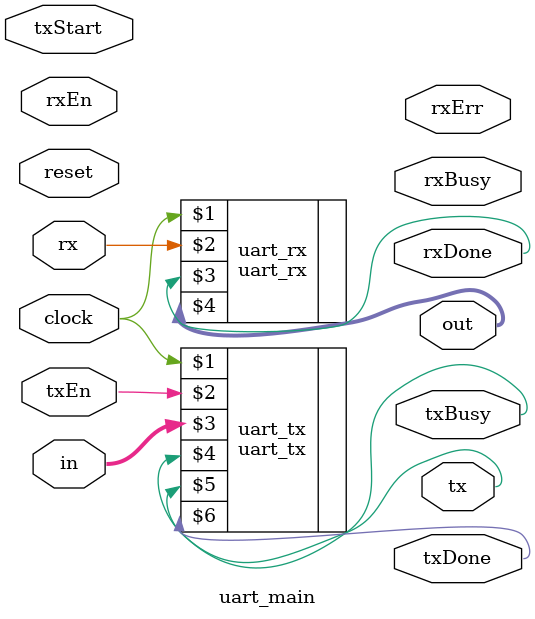
<source format=v>
module uart_main(clock, reset, rx, rxEn, out, rxDone, rxBusy, rxErr, tx, txEn, txStart, in, txDone, txBusy);

input clock, reset;
wire uartClk;

// rx

input wire rx, rxEn;
output wire [0:7] out;
output wire rxDone, rxBusy, rxErr;

// tx

output wire tx;
input wire txEn, txStart;
input wire [0:7] in;
output wire txDone, txBusy;

uart_rx uart_rx(clock, rx, rxDone, out);
uart_tx uart_tx(clock, txEn, in, txBusy, tx, txDone);
	
endmodule

</source>
